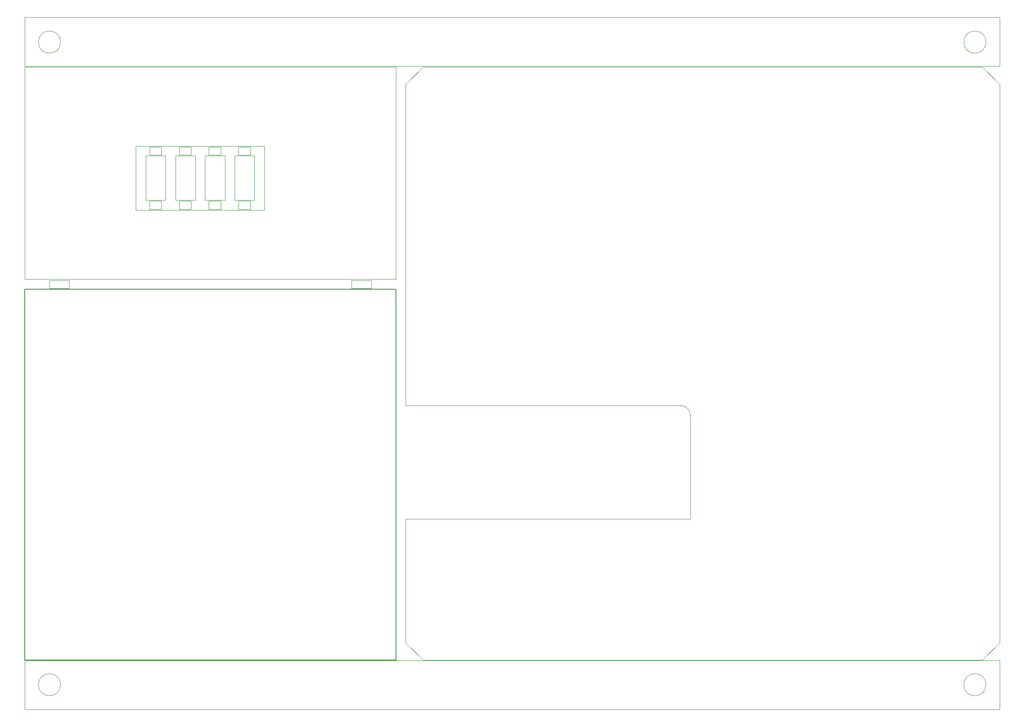
<source format=gbr>
%TF.GenerationSoftware,KiCad,Pcbnew,(7.0.0)*%
%TF.CreationDate,2023-02-16T09:01:11+09:00*%
%TF.ProjectId,audio,61756469-6f2e-46b6-9963-61645f706362,rev?*%
%TF.SameCoordinates,Original*%
%TF.FileFunction,Profile,NP*%
%FSLAX46Y46*%
G04 Gerber Fmt 4.6, Leading zero omitted, Abs format (unit mm)*
G04 Created by KiCad (PCBNEW (7.0.0)) date 2023-02-16 09:01:11*
%MOMM*%
%LPD*%
G01*
G04 APERTURE LIST*
%TA.AperFunction,Profile*%
%ADD10C,0.100000*%
%TD*%
%TA.AperFunction,Profile*%
%ADD11C,0.150000*%
%TD*%
G04 APERTURE END LIST*
D10*
X7236068Y-135000000D02*
G75*
G03*
X7236068Y-135000000I-2236068J0D01*
G01*
X194236068Y-135000000D02*
G75*
G03*
X194236068Y-135000000I-2236068J0D01*
G01*
X194236068Y-5000000D02*
G75*
G03*
X194236068Y-5000000I-2236068J0D01*
G01*
X7236068Y-5000000D02*
G75*
G03*
X7236068Y-5000000I-2236068J0D01*
G01*
X0Y-130100000D02*
X197000000Y-130100000D01*
X197000000Y-130100000D02*
X197000000Y-140000000D01*
X197000000Y-140000000D02*
X0Y-140000000D01*
X0Y-140000000D02*
X0Y-130100000D01*
X0Y0D02*
X197000000Y0D01*
X197000000Y0D02*
X197000000Y-9900000D01*
X197000000Y-9900000D02*
X0Y-9900000D01*
X0Y-9900000D02*
X0Y0D01*
X66000000Y-53200000D02*
X70000000Y-53200000D01*
X70000000Y-53200000D02*
X70000000Y-54800000D01*
X70000000Y-54800000D02*
X66000000Y-54800000D01*
X66000000Y-54800000D02*
X66000000Y-53200000D01*
X5000000Y-53200000D02*
X9000000Y-53200000D01*
X9000000Y-53200000D02*
X9000000Y-54800000D01*
X9000000Y-54800000D02*
X5000000Y-54800000D01*
X5000000Y-54800000D02*
X5000000Y-53200000D01*
X43200000Y-37100000D02*
X45600000Y-37100000D01*
X45600000Y-37100000D02*
X45600000Y-38800000D01*
X45600000Y-38800000D02*
X43200000Y-38800000D01*
X43200000Y-38800000D02*
X43200000Y-37100000D01*
X37200000Y-37100000D02*
X39600000Y-37100000D01*
X39600000Y-37100000D02*
X39600000Y-38800000D01*
X39600000Y-38800000D02*
X37200000Y-38800000D01*
X37200000Y-38800000D02*
X37200000Y-37100000D01*
X31200000Y-37100000D02*
X33600000Y-37100000D01*
X33600000Y-37100000D02*
X33600000Y-38800000D01*
X33600000Y-38800000D02*
X31200000Y-38800000D01*
X31200000Y-38800000D02*
X31200000Y-37100000D01*
X25200000Y-37100000D02*
X27600000Y-37100000D01*
X27600000Y-37100000D02*
X27600000Y-38800000D01*
X27600000Y-38800000D02*
X25200000Y-38800000D01*
X25200000Y-38800000D02*
X25200000Y-37100000D01*
X43200000Y-26200000D02*
X45600000Y-26200000D01*
X45600000Y-26200000D02*
X45600000Y-27800000D01*
X45600000Y-27800000D02*
X43200000Y-27800000D01*
X43200000Y-27800000D02*
X43200000Y-26200000D01*
X37200000Y-26200000D02*
X39600000Y-26200000D01*
X39600000Y-26200000D02*
X39600000Y-27800000D01*
X39600000Y-27800000D02*
X37200000Y-27800000D01*
X37200000Y-27800000D02*
X37200000Y-26200000D01*
X31200000Y-26200000D02*
X33600000Y-26200000D01*
X33600000Y-26200000D02*
X33600000Y-27800000D01*
X33600000Y-27800000D02*
X31200000Y-27800000D01*
X31200000Y-27800000D02*
X31200000Y-26200000D01*
X25200000Y-26200000D02*
X27600000Y-26200000D01*
X27600000Y-26200000D02*
X27600000Y-27800000D01*
X27600000Y-27800000D02*
X25200000Y-27800000D01*
X25200000Y-27800000D02*
X25200000Y-26200000D01*
X22400000Y-26000000D02*
X48400000Y-26000000D01*
X48400000Y-26000000D02*
X48400000Y-39000000D01*
X48400000Y-39000000D02*
X22400000Y-39000000D01*
X22400000Y-39000000D02*
X22400000Y-26000000D01*
X0Y-10000000D02*
X75000000Y-10000000D01*
X75000000Y-10000000D02*
X75000000Y-53000000D01*
X75000000Y-53000000D02*
X0Y-53000000D01*
X0Y-53000000D02*
X0Y-10000000D01*
X193495358Y-10001144D02*
X196995358Y-13501144D01*
D11*
X75000000Y-55000000D02*
X75000000Y-130000000D01*
D10*
X79255358Y-78491144D02*
X132495358Y-78501144D01*
X30430000Y-28000000D02*
X34430000Y-28000000D01*
X34430000Y-28000000D02*
X34430000Y-36960000D01*
X34430000Y-36960000D02*
X30430000Y-36960000D01*
X30430000Y-36960000D02*
X30430000Y-28000000D01*
X24430000Y-28000000D02*
X28430000Y-28000000D01*
X28430000Y-28000000D02*
X28430000Y-36960000D01*
X28430000Y-36960000D02*
X24430000Y-36960000D01*
X24430000Y-36960000D02*
X24430000Y-28000000D01*
X36425500Y-28000000D02*
X40425500Y-28000000D01*
X40425500Y-28000000D02*
X40425500Y-36960000D01*
X40425500Y-36960000D02*
X36425500Y-36960000D01*
X36425500Y-36960000D02*
X36425500Y-28000000D01*
X91495358Y-101501144D02*
X76995358Y-101501144D01*
X79255358Y-78491144D02*
X76995358Y-78501144D01*
D11*
X0Y-130000000D02*
X0Y-55000000D01*
D10*
X76995358Y-126501144D02*
X76995358Y-101501144D01*
X134495358Y-101501144D02*
X91495358Y-101501144D01*
X193495358Y-130001144D02*
X80495358Y-130001144D01*
X80495358Y-10001144D02*
X193495358Y-10001144D01*
X196995358Y-126501144D02*
X193495358Y-130001144D01*
X42410000Y-28000000D02*
X46410000Y-28000000D01*
X46410000Y-28000000D02*
X46410000Y-36960000D01*
X46410000Y-36960000D02*
X42410000Y-36960000D01*
X42410000Y-36960000D02*
X42410000Y-28000000D01*
X80495358Y-10001144D02*
X76995358Y-13501144D01*
X134495339Y-80501144D02*
G75*
G03*
X132495358Y-78501144I-2000000J0D01*
G01*
D11*
X75000000Y-55000000D02*
X0Y-55000000D01*
X0Y-130000000D02*
X75000000Y-130000000D01*
D10*
X196995358Y-13501144D02*
X196995358Y-126501144D01*
X76995358Y-78501144D02*
X76995358Y-13501144D01*
X76995358Y-126501144D02*
X80495358Y-130001144D01*
X134495358Y-80501144D02*
X134495358Y-101501144D01*
M02*

</source>
